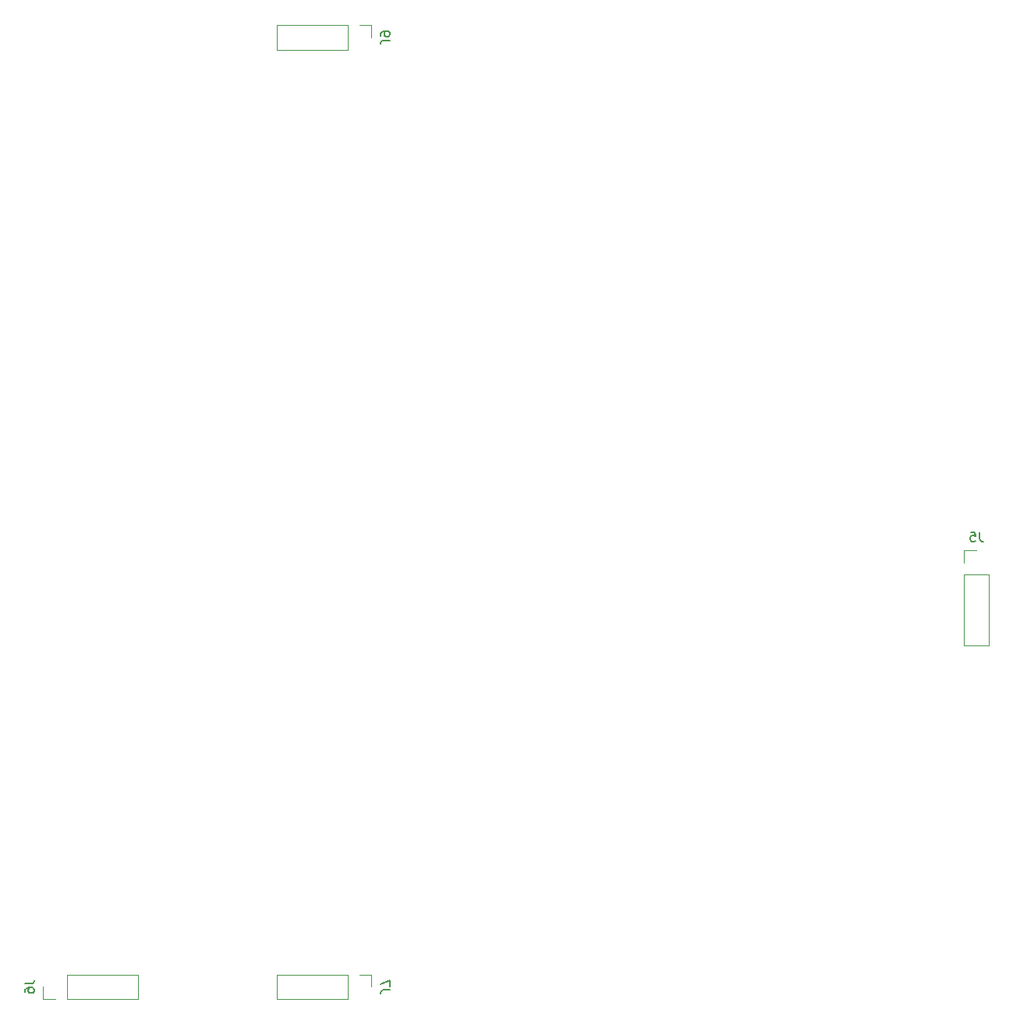
<source format=gbr>
%TF.GenerationSoftware,KiCad,Pcbnew,(5.1.10-1-10_14)*%
%TF.CreationDate,2022-02-21T18:02:18+11:00*%
%TF.ProjectId,Video terminal ,56696465-6f20-4746-9572-6d696e616c20,rev?*%
%TF.SameCoordinates,Original*%
%TF.FileFunction,Legend,Bot*%
%TF.FilePolarity,Positive*%
%FSLAX46Y46*%
G04 Gerber Fmt 4.6, Leading zero omitted, Abs format (unit mm)*
G04 Created by KiCad (PCBNEW (5.1.10-1-10_14)) date 2022-02-21 18:02:18*
%MOMM*%
%LPD*%
G01*
G04 APERTURE LIST*
%ADD10C,0.120000*%
%ADD11C,0.150000*%
G04 APERTURE END LIST*
D10*
%TO.C,J9*%
X84330000Y-25000000D02*
X84330000Y-23670000D01*
X84330000Y-23670000D02*
X83000000Y-23670000D01*
X81730000Y-23670000D02*
X74050000Y-23670000D01*
X74050000Y-26330000D02*
X74050000Y-23670000D01*
X81730000Y-26330000D02*
X74050000Y-26330000D01*
X81730000Y-26330000D02*
X81730000Y-23670000D01*
%TO.C,J7*%
X84330000Y-128000000D02*
X84330000Y-126670000D01*
X84330000Y-126670000D02*
X83000000Y-126670000D01*
X81730000Y-126670000D02*
X74050000Y-126670000D01*
X74050000Y-129330000D02*
X74050000Y-126670000D01*
X81730000Y-129330000D02*
X74050000Y-129330000D01*
X81730000Y-129330000D02*
X81730000Y-126670000D01*
%TO.C,J6*%
X48670000Y-128000000D02*
X48670000Y-129330000D01*
X48670000Y-129330000D02*
X50000000Y-129330000D01*
X51270000Y-129330000D02*
X58950000Y-129330000D01*
X58950000Y-126670000D02*
X58950000Y-129330000D01*
X51270000Y-126670000D02*
X58950000Y-126670000D01*
X51270000Y-126670000D02*
X51270000Y-129330000D01*
%TO.C,J5*%
X150000000Y-80670000D02*
X148670000Y-80670000D01*
X148670000Y-80670000D02*
X148670000Y-82000000D01*
X148670000Y-83270000D02*
X148670000Y-90950000D01*
X151330000Y-90950000D02*
X148670000Y-90950000D01*
X151330000Y-83270000D02*
X151330000Y-90950000D01*
X151330000Y-83270000D02*
X148670000Y-83270000D01*
%TO.C,J9*%
D11*
X86317619Y-25333333D02*
X85603333Y-25333333D01*
X85460476Y-25380952D01*
X85365238Y-25476190D01*
X85317619Y-25619047D01*
X85317619Y-25714285D01*
X85317619Y-24809523D02*
X85317619Y-24619047D01*
X85365238Y-24523809D01*
X85412857Y-24476190D01*
X85555714Y-24380952D01*
X85746190Y-24333333D01*
X86127142Y-24333333D01*
X86222380Y-24380952D01*
X86270000Y-24428571D01*
X86317619Y-24523809D01*
X86317619Y-24714285D01*
X86270000Y-24809523D01*
X86222380Y-24857142D01*
X86127142Y-24904761D01*
X85889047Y-24904761D01*
X85793809Y-24857142D01*
X85746190Y-24809523D01*
X85698571Y-24714285D01*
X85698571Y-24523809D01*
X85746190Y-24428571D01*
X85793809Y-24380952D01*
X85889047Y-24333333D01*
%TO.C,J7*%
X86317619Y-128333333D02*
X85603333Y-128333333D01*
X85460476Y-128380952D01*
X85365238Y-128476190D01*
X85317619Y-128619047D01*
X85317619Y-128714285D01*
X86317619Y-127952380D02*
X86317619Y-127285714D01*
X85317619Y-127714285D01*
%TO.C,J6*%
X46682380Y-127666666D02*
X47396666Y-127666666D01*
X47539523Y-127619047D01*
X47634761Y-127523809D01*
X47682380Y-127380952D01*
X47682380Y-127285714D01*
X46682380Y-128571428D02*
X46682380Y-128380952D01*
X46730000Y-128285714D01*
X46777619Y-128238095D01*
X46920476Y-128142857D01*
X47110952Y-128095238D01*
X47491904Y-128095238D01*
X47587142Y-128142857D01*
X47634761Y-128190476D01*
X47682380Y-128285714D01*
X47682380Y-128476190D01*
X47634761Y-128571428D01*
X47587142Y-128619047D01*
X47491904Y-128666666D01*
X47253809Y-128666666D01*
X47158571Y-128619047D01*
X47110952Y-128571428D01*
X47063333Y-128476190D01*
X47063333Y-128285714D01*
X47110952Y-128190476D01*
X47158571Y-128142857D01*
X47253809Y-128095238D01*
%TO.C,J5*%
X150333333Y-78682380D02*
X150333333Y-79396666D01*
X150380952Y-79539523D01*
X150476190Y-79634761D01*
X150619047Y-79682380D01*
X150714285Y-79682380D01*
X149380952Y-78682380D02*
X149857142Y-78682380D01*
X149904761Y-79158571D01*
X149857142Y-79110952D01*
X149761904Y-79063333D01*
X149523809Y-79063333D01*
X149428571Y-79110952D01*
X149380952Y-79158571D01*
X149333333Y-79253809D01*
X149333333Y-79491904D01*
X149380952Y-79587142D01*
X149428571Y-79634761D01*
X149523809Y-79682380D01*
X149761904Y-79682380D01*
X149857142Y-79634761D01*
X149904761Y-79587142D01*
%TD*%
M02*

</source>
